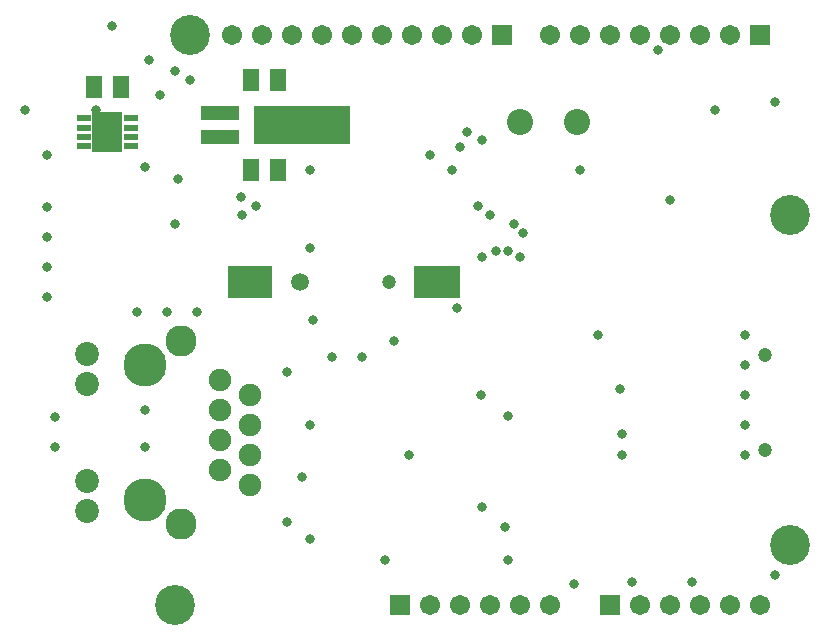
<source format=gbs>
G04 Layer_Color=16711935*
%FSLAX25Y25*%
%MOIN*%
G70*
G01*
G75*
%ADD55R,0.05800X0.07300*%
%ADD74C,0.13300*%
%ADD75C,0.06706*%
%ADD76R,0.06706X0.06706*%
%ADD77C,0.08674*%
%ADD78C,0.04737*%
%ADD79C,0.05918*%
%ADD80C,0.10367*%
%ADD81C,0.07493*%
%ADD82C,0.07965*%
%ADD83C,0.14383*%
%ADD84C,0.03300*%
%ADD85R,0.12611X0.04737*%
%ADD86R,0.32296X0.12611*%
%ADD87R,0.10052X0.13595*%
%ADD88R,0.04540X0.02178*%
%ADD89R,0.15210X0.11036*%
%ADD90R,0.14737X0.11036*%
D55*
X89500Y185000D02*
D03*
X80500D02*
D03*
X89500Y155000D02*
D03*
X80500D02*
D03*
X37000Y182500D02*
D03*
X28000D02*
D03*
D74*
X55000Y10000D02*
D03*
X260000Y30000D02*
D03*
Y140000D02*
D03*
X60000Y200000D02*
D03*
D75*
X180000D02*
D03*
X210000D02*
D03*
X240000D02*
D03*
X230000D02*
D03*
X220000D02*
D03*
X200000D02*
D03*
X190000D02*
D03*
X74000D02*
D03*
X84000D02*
D03*
X94000D02*
D03*
X124000D02*
D03*
X154000D02*
D03*
X144000D02*
D03*
X134000D02*
D03*
X114000D02*
D03*
X104000D02*
D03*
X180000Y10000D02*
D03*
X160000D02*
D03*
X150000D02*
D03*
X140000D02*
D03*
X170000D02*
D03*
X250000D02*
D03*
X230000D02*
D03*
X220000D02*
D03*
X210000D02*
D03*
X240000D02*
D03*
D76*
X250000Y200000D02*
D03*
X164000D02*
D03*
X130000Y10000D02*
D03*
X200000D02*
D03*
D77*
X189213Y171000D02*
D03*
X170000D02*
D03*
D78*
X251929Y61752D02*
D03*
Y93248D02*
D03*
X126279Y117500D02*
D03*
D79*
X96752D02*
D03*
D80*
X57008Y37008D02*
D03*
Y97992D02*
D03*
D81*
X80000Y50000D02*
D03*
X70000Y55000D02*
D03*
X80000Y60000D02*
D03*
X70000Y65000D02*
D03*
X80000Y70000D02*
D03*
X70000Y75000D02*
D03*
X80000Y80000D02*
D03*
X70000Y85000D02*
D03*
D82*
X25709Y93583D02*
D03*
Y83583D02*
D03*
Y51417D02*
D03*
Y41417D02*
D03*
D83*
X45000Y90000D02*
D03*
Y45000D02*
D03*
D84*
X12500Y160000D02*
D03*
X45000Y62500D02*
D03*
Y75000D02*
D03*
X15000Y62500D02*
D03*
Y72500D02*
D03*
X147500Y155000D02*
D03*
X190000D02*
D03*
X235000Y175000D02*
D03*
X100000Y170000D02*
D03*
X97500Y52500D02*
D03*
X92500Y37500D02*
D03*
Y87500D02*
D03*
X117500Y92500D02*
D03*
X107500D02*
D03*
X245000Y60000D02*
D03*
Y70000D02*
D03*
Y80000D02*
D03*
Y90000D02*
D03*
Y100000D02*
D03*
X62500Y107500D02*
D03*
X52500D02*
D03*
X42500D02*
D03*
X12500Y112500D02*
D03*
Y122500D02*
D03*
Y132500D02*
D03*
Y142500D02*
D03*
X157500Y126000D02*
D03*
Y42500D02*
D03*
X162047Y127953D02*
D03*
X166000Y128000D02*
D03*
Y73000D02*
D03*
X170000Y126000D02*
D03*
X77500Y140000D02*
D03*
X82000Y143000D02*
D03*
X77000Y146000D02*
D03*
X149000Y109000D02*
D03*
X140000Y160000D02*
D03*
X150000Y162500D02*
D03*
X157500Y165000D02*
D03*
X152500Y167500D02*
D03*
X100000Y32000D02*
D03*
X133000Y60000D02*
D03*
X100000Y70000D02*
D03*
X255000Y20000D02*
D03*
X227500Y17500D02*
D03*
X207500D02*
D03*
X188000Y17000D02*
D03*
X56000Y152000D02*
D03*
X34000Y203000D02*
D03*
X46559Y191441D02*
D03*
X196000Y100000D02*
D03*
X203415Y81831D02*
D03*
X171000Y134000D02*
D03*
X168000Y137000D02*
D03*
X156142Y143000D02*
D03*
X204000Y67000D02*
D03*
Y60000D02*
D03*
X160000Y140000D02*
D03*
X216000Y195000D02*
D03*
X165000Y36000D02*
D03*
X157000Y80000D02*
D03*
X128000Y98000D02*
D03*
X220000Y145000D02*
D03*
X101000Y105000D02*
D03*
X100000Y129000D02*
D03*
X55000Y137000D02*
D03*
X125000Y25000D02*
D03*
X5000Y175000D02*
D03*
X55000Y188000D02*
D03*
X50000Y180000D02*
D03*
X60000Y185000D02*
D03*
X255000Y177500D02*
D03*
X45000Y156000D02*
D03*
X166250Y25000D02*
D03*
X100000Y155000D02*
D03*
X28838Y174838D02*
D03*
D85*
X70000Y173937D02*
D03*
Y166063D02*
D03*
D86*
X97559Y170000D02*
D03*
D87*
X32500Y167500D02*
D03*
D88*
X24626Y162776D02*
D03*
Y165925D02*
D03*
Y169075D02*
D03*
Y172224D02*
D03*
X40374Y162776D02*
D03*
Y165925D02*
D03*
Y169075D02*
D03*
Y172224D02*
D03*
D89*
X142303Y117500D02*
D03*
D90*
X80098D02*
D03*
M02*

</source>
